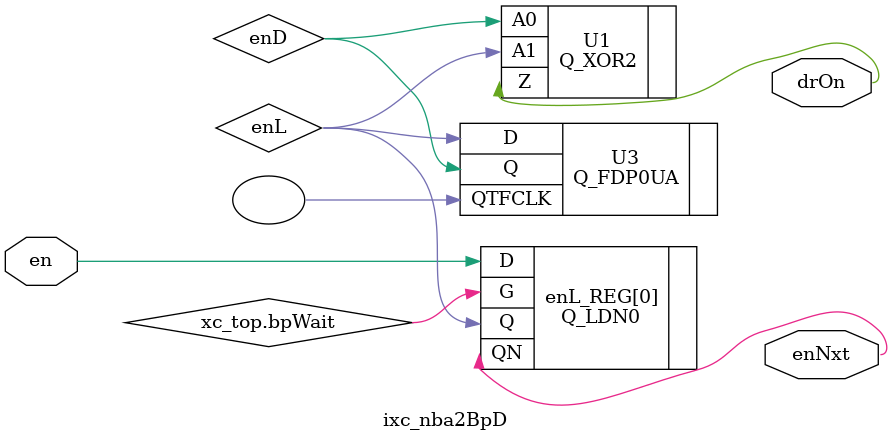
<source format=v>

`ifndef _2_                      
`ifdef CBV                      
`define _2_                      
`else                      
`define _2_ (* _2_state_ *)                      
`endif                      
`endif
`_2_ (* upf_always_on = 1 *) 
module ixc_nba2BpD ( drOn, enNxt, en);
// pragma CVASTRPROP MODULE HDLICE HDL_MODULE_ATTRIBUTE "0 vlog"
output [0:0] drOn;
output [0:0] enNxt;
input [0:0] en;
wire fclk;
`_2_ wire [0:0] enL;
`_2_ wire [0:0] enD;
Q_NOT_TOUCH _zzqnthw ( .sig());
Q_XOR2 U1 ( .A0(enD[0]), .A1(enL[0]), .Z(drOn[0]));
Q_LDN0 \enL_REG[0] ( .G(xc_top.bpWait), .D(en[0]), .Q(enL[0]), .QN(enNxt[0]));
Q_FDP0UA U3 ( .D(enL[0]), .QTFCLK( ), .Q(enD[0]));
// pragma CVASTRPROP MODULE HDLICE PROP_IXCOM_MOD TRUE
endmodule

</source>
